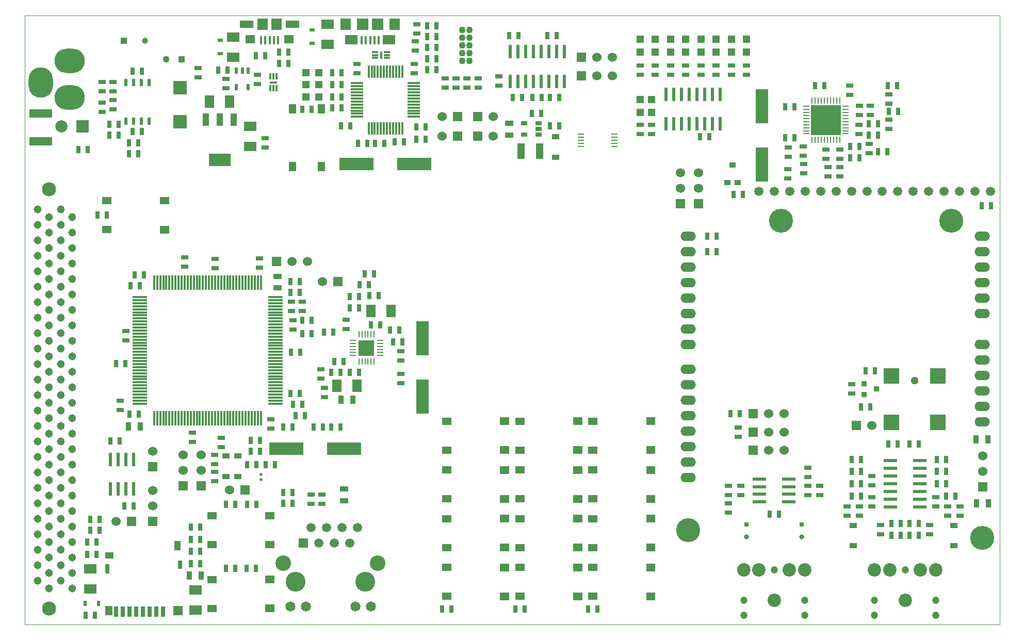
<source format=gts>
G04 (created by PCBNEW-RS274X (2011-07-08 BZR 3044)-stable) date 07/12/2011 16:14:23*
G01*
G70*
G90*
%MOIN*%
G04 Gerber Fmt 3.4, Leading zero omitted, Abs format*
%FSLAX34Y34*%
G04 APERTURE LIST*
%ADD10C,0.006000*%
%ADD11C,0.003900*%
%ADD12R,0.040500X0.011800*%
%ADD13R,0.017700X0.051100*%
%ADD14R,0.009800X0.039300*%
%ADD15R,0.039300X0.009800*%
%ADD16R,0.098400X0.098400*%
%ADD17C,0.027600*%
%ADD18R,0.082600X0.220400*%
%ADD19R,0.220400X0.082600*%
%ADD20C,0.019700*%
%ADD21R,0.015700X0.053100*%
%ADD22R,0.070900X0.074800*%
%ADD23R,0.074800X0.074800*%
%ADD24R,0.082700X0.063000*%
%ADD25R,0.090600X0.051200*%
%ADD26R,0.063000X0.055100*%
%ADD27R,0.039300X0.027500*%
%ADD28R,0.036000X0.036000*%
%ADD29R,0.144000X0.080000*%
%ADD30R,0.040000X0.080000*%
%ADD31R,0.023600X0.041300*%
%ADD32R,0.024800X0.032600*%
%ADD33R,0.032600X0.024800*%
%ADD34R,0.047200X0.035400*%
%ADD35R,0.020000X0.045000*%
%ADD36R,0.150000X0.055000*%
%ADD37R,0.050000X0.100000*%
%ADD38R,0.080000X0.060000*%
%ADD39R,0.060000X0.080000*%
%ADD40R,0.055000X0.035000*%
%ADD41R,0.035000X0.055000*%
%ADD42R,0.045000X0.025000*%
%ADD43R,0.025000X0.045000*%
%ADD44R,0.060000X0.060000*%
%ADD45C,0.060000*%
%ADD46R,0.039300X0.035400*%
%ADD47R,0.043300X0.035400*%
%ADD48R,0.086600X0.086600*%
%ADD49R,0.047200X0.047200*%
%ADD50C,0.043300*%
%ADD51C,0.051400*%
%ADD52C,0.090600*%
%ADD53R,0.051200X0.059100*%
%ADD54R,0.027600X0.068900*%
%ADD55R,0.059100X0.059100*%
%ADD56R,0.031500X0.055100*%
%ADD57R,0.031500X0.059100*%
%ADD58R,0.039400X0.061000*%
%ADD59R,0.057100X0.039400*%
%ADD60C,0.059000*%
%ADD61R,0.031500X0.031500*%
%ADD62C,0.031500*%
%ADD63O,0.100000X0.060000*%
%ADD64C,0.155000*%
%ADD65C,0.128000*%
%ADD66C,0.059100*%
%ADD67C,0.100400*%
%ADD68C,0.065000*%
%ADD69C,0.078700*%
%ADD70R,0.078700X0.078700*%
%ADD71R,0.059000X0.049200*%
%ADD72R,0.049200X0.059000*%
%ADD73R,0.092500X0.011800*%
%ADD74R,0.011800X0.092500*%
%ADD75R,0.011800X0.078700*%
%ADD76R,0.078700X0.011800*%
%ADD77R,0.043300X0.009800*%
%ADD78R,0.039400X0.039400*%
%ADD79C,0.039400*%
%ADD80R,0.100000X0.100000*%
%ADD81C,0.051200*%
%ADD82R,0.023600X0.086600*%
%ADD83R,0.086600X0.023600*%
%ADD84C,0.086600*%
%ADD85C,0.047200*%
%ADD86R,0.041300X0.009800*%
%ADD87R,0.009800X0.041300*%
%ADD88R,0.192900X0.192900*%
%ADD89O,0.196900X0.157500*%
%ADD90O,0.157500X0.196900*%
%ADD91R,0.011800X0.040500*%
%ADD92R,0.051100X0.017700*%
%ADD93R,0.043300X0.043300*%
G04 APERTURE END LIST*
G54D10*
G54D11*
X62992Y00000D02*
X00000Y00000D01*
X62992Y39370D02*
X62992Y00000D01*
X00000Y39370D02*
X62992Y39370D01*
X00000Y00000D02*
X00000Y39370D01*
G54D12*
X22654Y37007D03*
X22654Y36811D03*
X22654Y36615D03*
X23408Y36615D03*
X23408Y36811D03*
X23408Y37007D03*
G54D13*
X23031Y36811D03*
G54D14*
X21595Y16989D03*
X21792Y16989D03*
X21989Y16989D03*
X22185Y16989D03*
X22382Y16989D03*
X22579Y16989D03*
G54D15*
X22972Y17382D03*
X22972Y17579D03*
X22972Y17776D03*
X22972Y17972D03*
X22972Y18169D03*
X22972Y18366D03*
G54D14*
X22579Y18759D03*
X22382Y18759D03*
X22185Y18759D03*
X21989Y18759D03*
X21792Y18759D03*
X21595Y18759D03*
G54D15*
X21202Y18366D03*
X21202Y18169D03*
X21202Y17972D03*
X21202Y17776D03*
X21202Y17579D03*
X21202Y17382D03*
G54D16*
X22087Y17874D03*
G54D17*
X21851Y18110D03*
X22323Y18110D03*
X22323Y17638D03*
X21851Y17638D03*
G54D18*
X47638Y33484D03*
X47638Y29744D03*
G54D19*
X20650Y11378D03*
X16910Y11378D03*
G54D18*
X25709Y14744D03*
X25709Y18484D03*
G54D10*
G36*
X24075Y30177D02*
X26279Y30177D01*
X26279Y29351D01*
X24075Y29351D01*
X24075Y30177D01*
X24075Y30177D01*
G37*
G54D19*
X21437Y29764D03*
G54D20*
X15276Y09685D03*
X15276Y09371D03*
G54D21*
X21774Y37747D03*
X22050Y37747D03*
X22325Y37747D03*
X22600Y37747D03*
X22876Y37747D03*
G54D22*
X23900Y38800D03*
X20750Y38800D03*
G54D23*
X22797Y38800D03*
X21853Y38800D03*
G54D24*
X23545Y37796D03*
X21105Y37796D03*
G54D21*
X15275Y37747D03*
X15551Y37747D03*
X15826Y37747D03*
X16101Y37747D03*
X16377Y37747D03*
G54D25*
X17302Y38800D03*
X14350Y38800D03*
G54D22*
X16279Y38800D03*
X15373Y38800D03*
G54D26*
X17086Y37835D03*
X14566Y37835D03*
G54D27*
X33210Y31655D03*
X33210Y32029D03*
X33210Y32403D03*
X32266Y32403D03*
X32266Y31655D03*
G54D28*
X54228Y14868D03*
X54228Y15568D03*
X55028Y15218D03*
G54D29*
X12599Y30038D03*
G54D30*
X12599Y32638D03*
X11699Y32638D03*
X13499Y32638D03*
G54D31*
X14429Y35787D03*
X14055Y35787D03*
X13681Y35787D03*
X13681Y34725D03*
X14429Y34725D03*
G54D32*
X03894Y01377D03*
X04768Y01377D03*
G54D33*
X12638Y37760D03*
X12638Y36886D03*
X18583Y38429D03*
X18583Y37555D03*
G54D34*
X34291Y31525D03*
X34291Y30207D03*
X12992Y10895D03*
X12992Y09577D03*
X13780Y10895D03*
X13780Y09577D03*
X60039Y05089D03*
X60039Y06407D03*
X53543Y05089D03*
X53543Y06407D03*
G54D35*
X08034Y32531D03*
X07534Y32531D03*
X07034Y32531D03*
X06534Y32531D03*
X06534Y35031D03*
X07034Y35031D03*
X07534Y35031D03*
X08034Y35031D03*
G54D36*
X01024Y33026D03*
X01024Y31226D03*
G54D37*
X32077Y30591D03*
X33277Y30591D03*
G54D38*
X19567Y38800D03*
X19567Y37500D03*
G54D39*
X22381Y20276D03*
X23681Y20276D03*
X11948Y33779D03*
X13248Y33779D03*
G54D38*
X13465Y37973D03*
X13465Y36673D03*
X04232Y03603D03*
X04232Y02303D03*
X11024Y00925D03*
X11024Y02225D03*
X14566Y30884D03*
X14566Y32184D03*
G54D39*
X21477Y15433D03*
X20177Y15433D03*
G54D40*
X16339Y22501D03*
X16339Y21751D03*
G54D41*
X20452Y14528D03*
X21202Y14528D03*
X11399Y03150D03*
X10649Y03150D03*
G54D40*
X20630Y08011D03*
X20630Y08761D03*
G54D42*
X54724Y07613D03*
X54724Y08213D03*
G54D43*
X49749Y31457D03*
X49149Y31457D03*
G54D42*
X53898Y31708D03*
X53898Y32308D03*
X54567Y30448D03*
X54567Y31048D03*
G54D43*
X55143Y32362D03*
X54543Y32362D03*
G54D42*
X51890Y29552D03*
X51890Y28952D03*
X55827Y34276D03*
X55827Y33676D03*
G54D43*
X55133Y30551D03*
X55733Y30551D03*
G54D42*
X54646Y32928D03*
X54646Y33528D03*
G54D43*
X55763Y34843D03*
X56363Y34843D03*
X55842Y33150D03*
X56442Y33150D03*
X55143Y31614D03*
X54543Y31614D03*
G54D42*
X55827Y32623D03*
X55827Y32023D03*
X58858Y07613D03*
X58858Y08213D03*
X53937Y32928D03*
X53937Y33528D03*
X51772Y30694D03*
X51772Y30094D03*
X50315Y30891D03*
X50315Y30291D03*
X52677Y30094D03*
X52677Y30694D03*
X49331Y30812D03*
X49331Y30212D03*
G54D43*
X53322Y30157D03*
X53922Y30157D03*
X53322Y30906D03*
X53922Y30906D03*
G54D44*
X43543Y27189D03*
G54D45*
X43543Y28189D03*
X43543Y29189D03*
G54D44*
X47071Y13622D03*
G54D45*
X48071Y13622D03*
X49071Y13622D03*
G54D44*
X42362Y27189D03*
G54D45*
X42362Y28189D03*
X42362Y29189D03*
G54D44*
X61890Y08882D03*
G54D45*
X61890Y09882D03*
X61890Y10882D03*
G54D44*
X47069Y11261D03*
G54D45*
X48069Y11261D03*
X49069Y11261D03*
G54D44*
X08268Y06677D03*
G54D45*
X08268Y07677D03*
X08268Y08677D03*
G54D44*
X47071Y12441D03*
G54D45*
X48071Y12441D03*
X49071Y12441D03*
G54D44*
X10236Y08961D03*
G54D45*
X10236Y09961D03*
X10236Y10961D03*
G54D44*
X11417Y08961D03*
G54D45*
X11417Y09961D03*
X11417Y10961D03*
G54D44*
X16283Y23465D03*
G54D45*
X17283Y23465D03*
X18283Y23465D03*
G54D44*
X35969Y35472D03*
G54D45*
X36969Y35472D03*
X37969Y35472D03*
G54D44*
X35969Y36653D03*
G54D45*
X36969Y36653D03*
X37969Y36653D03*
G54D44*
X29264Y31575D03*
G54D45*
X30264Y31575D03*
G54D44*
X29264Y32835D03*
G54D45*
X30264Y32835D03*
G54D44*
X27980Y32835D03*
G54D45*
X26980Y32835D03*
G54D44*
X27980Y31575D03*
G54D45*
X26980Y31575D03*
G54D44*
X20224Y22165D03*
G54D45*
X19224Y22165D03*
G54D44*
X53734Y12856D03*
G54D45*
X54734Y12856D03*
G54D44*
X14240Y08701D03*
G54D45*
X13240Y08701D03*
G54D44*
X06917Y06654D03*
G54D45*
X05917Y06654D03*
G54D46*
X45414Y28564D03*
X46082Y28564D03*
G54D47*
X45748Y29704D03*
G54D48*
X10039Y34686D03*
X10039Y32482D03*
G54D49*
X44686Y36989D03*
X44686Y37815D03*
X43702Y36989D03*
X43702Y37815D03*
X18170Y34094D03*
X18996Y34094D03*
X18170Y35669D03*
X18996Y35669D03*
X18170Y34882D03*
X18996Y34882D03*
X42716Y36989D03*
X42716Y37815D03*
X41733Y36989D03*
X41733Y37815D03*
X39764Y36989D03*
X39764Y37815D03*
X40749Y36989D03*
X40749Y37815D03*
X45670Y36989D03*
X45670Y37815D03*
X46654Y36989D03*
X46654Y37815D03*
X40512Y33091D03*
X40512Y33917D03*
X39764Y33091D03*
X39764Y33917D03*
G54D50*
X28255Y38440D03*
X28255Y37940D03*
X28255Y37441D03*
X28255Y36942D03*
X28255Y36442D03*
X28753Y38440D03*
X28753Y37940D03*
X28753Y37441D03*
X28753Y36942D03*
X28753Y36442D03*
G54D51*
X00824Y26818D03*
X01574Y26318D03*
X02324Y26818D03*
X03074Y26318D03*
X02324Y25818D03*
X03074Y25318D03*
X02324Y24818D03*
X03074Y24318D03*
X02324Y23818D03*
X03074Y23318D03*
X02324Y22818D03*
X03074Y22318D03*
X02324Y21818D03*
X03074Y21318D03*
X02324Y20818D03*
X03074Y20318D03*
X02324Y19818D03*
X03074Y19318D03*
X02324Y18818D03*
X03074Y18318D03*
X02324Y17818D03*
X03074Y17318D03*
X02324Y16818D03*
X03074Y16318D03*
X02324Y15818D03*
X03074Y15318D03*
X02324Y14818D03*
X03074Y14318D03*
X02324Y13818D03*
X03074Y13318D03*
X02324Y12818D03*
X03074Y12318D03*
X02324Y11818D03*
X03074Y11318D03*
X02324Y10818D03*
X03074Y10318D03*
X02324Y09818D03*
X03074Y09318D03*
X02324Y08818D03*
X03074Y08318D03*
X02324Y07818D03*
X03074Y07318D03*
X02324Y06818D03*
X03074Y06318D03*
X02324Y05818D03*
X03074Y05318D03*
X02324Y04818D03*
X03074Y04318D03*
X02324Y03818D03*
X03074Y03318D03*
X02324Y02818D03*
X03074Y02318D03*
X00824Y25818D03*
X01574Y25318D03*
X00824Y24818D03*
X01574Y24318D03*
X00824Y23818D03*
X01574Y23318D03*
X00824Y22818D03*
X01574Y22318D03*
X00824Y21818D03*
X01574Y21318D03*
X00824Y20818D03*
X01574Y20318D03*
X00824Y19818D03*
X01574Y19318D03*
X00824Y18818D03*
X01574Y18318D03*
X00824Y17818D03*
X01574Y17318D03*
X00824Y16818D03*
X01574Y16318D03*
X00824Y15818D03*
X01574Y15318D03*
X00824Y14818D03*
X01574Y14318D03*
X00824Y13818D03*
X01574Y13318D03*
X00824Y12818D03*
X01574Y12318D03*
X00824Y11818D03*
X01574Y11318D03*
X00824Y10818D03*
X01574Y10318D03*
X00824Y09818D03*
X01574Y09318D03*
X00824Y08818D03*
X01574Y08318D03*
X00824Y07818D03*
X01574Y07318D03*
X00824Y06818D03*
X01574Y06318D03*
X00824Y05818D03*
X01574Y05318D03*
X00824Y04818D03*
X01574Y04318D03*
X00824Y03818D03*
X01574Y03318D03*
X00824Y02818D03*
X01574Y02318D03*
G54D52*
X01574Y01015D03*
X01574Y28121D03*
G54D53*
X05433Y00886D03*
G54D54*
X05905Y00837D03*
X06338Y00837D03*
X06771Y00837D03*
X07205Y00837D03*
X07638Y00837D03*
X08071Y00837D03*
X08504Y00837D03*
X08937Y00837D03*
G54D55*
X09901Y00886D03*
G54D56*
X10039Y03858D03*
G54D57*
X05334Y03583D03*
G54D58*
X09882Y05088D03*
G54D59*
X05462Y04468D03*
G54D60*
X47422Y27992D03*
X48422Y27992D03*
X49422Y27992D03*
X50422Y27992D03*
X51422Y27992D03*
X52422Y27992D03*
X53422Y27992D03*
X54422Y27992D03*
X55420Y27992D03*
X56420Y27992D03*
X57420Y27992D03*
X58420Y27992D03*
X59420Y27992D03*
X60420Y27992D03*
X61420Y27992D03*
X62420Y27992D03*
G54D61*
X46654Y06457D03*
G54D62*
X46654Y05669D03*
G54D61*
X50197Y06457D03*
G54D62*
X50197Y05669D03*
G54D63*
X61862Y25083D03*
X61862Y24083D03*
X61862Y23083D03*
X61862Y20083D03*
X61862Y21083D03*
X61862Y22083D03*
X61862Y18083D03*
X61862Y17083D03*
X61862Y16083D03*
X61862Y14083D03*
X61862Y13083D03*
X42862Y25083D03*
X42862Y24083D03*
X42862Y23083D03*
X42862Y22083D03*
X42862Y21083D03*
X42862Y20083D03*
X42862Y19083D03*
X42862Y18083D03*
X42862Y16483D03*
X42862Y15483D03*
X42862Y14483D03*
X42862Y13483D03*
X42862Y12483D03*
X42862Y11483D03*
X42862Y10483D03*
X42862Y09483D03*
X61862Y15083D03*
G54D64*
X59862Y26083D03*
X48862Y26083D03*
X42862Y06083D03*
X61862Y05583D03*
G54D65*
X17514Y02756D03*
X22014Y02756D03*
G54D55*
X18014Y05256D03*
G54D66*
X18514Y06256D03*
X19014Y05256D03*
X19514Y06256D03*
X20014Y05256D03*
X20514Y06256D03*
X21014Y05256D03*
X21514Y06256D03*
G54D67*
X22813Y03957D03*
X16715Y03957D03*
G54D68*
X17156Y01158D03*
X18156Y01158D03*
X21372Y01158D03*
X22372Y01158D03*
G54D43*
X21983Y22677D03*
X22583Y22677D03*
X12495Y35827D03*
X13095Y35827D03*
G54D42*
X15039Y34936D03*
X15039Y35536D03*
X12992Y34661D03*
X12992Y35261D03*
G54D43*
X16432Y37008D03*
X17032Y37008D03*
X16432Y36260D03*
X17032Y36260D03*
X15536Y36772D03*
X14936Y36772D03*
G54D42*
X20787Y19709D03*
X20787Y19109D03*
X19134Y15881D03*
X19134Y16481D03*
X19370Y14700D03*
X19370Y15300D03*
G54D43*
X24198Y19016D03*
X23598Y19016D03*
X22259Y21260D03*
X22859Y21260D03*
X21629Y21969D03*
X22229Y21969D03*
X20999Y21182D03*
X21599Y21182D03*
X20999Y20473D03*
X21599Y20473D03*
X17308Y08543D03*
X16708Y08543D03*
G54D42*
X19213Y07810D03*
X19213Y08410D03*
X18504Y07810D03*
X18504Y08410D03*
G54D43*
X17308Y07835D03*
X16708Y07835D03*
X22377Y19370D03*
X22977Y19370D03*
X21599Y16299D03*
X20999Y16299D03*
G54D42*
X24291Y16206D03*
X24291Y15606D03*
X24291Y17062D03*
X24291Y17662D03*
G54D43*
X23794Y18268D03*
X24394Y18268D03*
X20615Y17008D03*
X20015Y17008D03*
X20418Y16299D03*
X19818Y16299D03*
X04031Y05314D03*
X04631Y05314D03*
X04228Y06102D03*
X04828Y06102D03*
X04031Y04527D03*
X04631Y04527D03*
X11324Y06299D03*
X10724Y06299D03*
X10724Y05511D03*
X11324Y05511D03*
X10724Y04724D03*
X11324Y04724D03*
X10724Y03936D03*
X11324Y03936D03*
G54D42*
X53447Y14918D03*
X53447Y15518D03*
G54D43*
X13607Y03622D03*
X13007Y03622D03*
X13607Y07756D03*
X13007Y07756D03*
X61826Y27047D03*
X62426Y27047D03*
X46402Y27795D03*
X45802Y27795D03*
X43637Y31535D03*
X44237Y31535D03*
X54632Y14054D03*
X54032Y14054D03*
X54928Y16399D03*
X54328Y16399D03*
X33370Y33031D03*
X32770Y33031D03*
X34552Y32244D03*
X33952Y32244D03*
X14946Y03622D03*
X14346Y03622D03*
X14985Y07756D03*
X14385Y07756D03*
X27564Y00984D03*
X26964Y00984D03*
X37013Y00984D03*
X36413Y00984D03*
X32288Y00984D03*
X31688Y00984D03*
G54D42*
X39764Y31708D03*
X39764Y32308D03*
X40512Y31708D03*
X40512Y32308D03*
X39764Y35528D03*
X39764Y36128D03*
X40749Y35528D03*
X40749Y36128D03*
X41733Y35528D03*
X41733Y36128D03*
X42716Y35528D03*
X42716Y36128D03*
X43702Y35528D03*
X43702Y36128D03*
X44686Y35528D03*
X44686Y36128D03*
X45670Y35528D03*
X45670Y36128D03*
X46654Y35527D03*
X46654Y36127D03*
G54D43*
X51678Y34843D03*
X51078Y34843D03*
G54D42*
X53307Y34228D03*
X53307Y34828D03*
X52677Y29552D03*
X52677Y28952D03*
X49291Y29434D03*
X49291Y28834D03*
X50354Y29149D03*
X50354Y29749D03*
X46102Y12141D03*
X46102Y12741D03*
G54D43*
X45606Y13622D03*
X46206Y13622D03*
G54D42*
X54724Y08991D03*
X54724Y09591D03*
X45472Y07820D03*
X45472Y07220D03*
X50590Y09542D03*
X50590Y10142D03*
X45472Y08961D03*
X45472Y08361D03*
X46260Y08361D03*
X46260Y08961D03*
X51378Y08361D03*
X51378Y08961D03*
X50590Y08361D03*
X50590Y08961D03*
G54D43*
X48125Y07126D03*
X48725Y07126D03*
G54D42*
X59646Y07023D03*
X59646Y07623D03*
X60433Y07023D03*
X60433Y07623D03*
G54D43*
X59552Y09095D03*
X58952Y09095D03*
X59543Y08307D03*
X60143Y08307D03*
X58952Y09882D03*
X59552Y09882D03*
X59552Y10669D03*
X58952Y10669D03*
G54D42*
X58465Y05842D03*
X58465Y06442D03*
G54D43*
X57780Y06536D03*
X57180Y06536D03*
X57180Y05748D03*
X57780Y05748D03*
X56599Y05748D03*
X55999Y05748D03*
X55999Y06536D03*
X56599Y06536D03*
X57780Y11654D03*
X57180Y11654D03*
X56402Y11654D03*
X55802Y11654D03*
G54D42*
X55315Y05842D03*
X55315Y06442D03*
G54D43*
X53440Y10669D03*
X54040Y10669D03*
X54040Y09882D03*
X53440Y09882D03*
X54040Y08307D03*
X53440Y08307D03*
X53440Y09095D03*
X54040Y09095D03*
G54D42*
X53150Y07023D03*
X53150Y07623D03*
X53937Y07023D03*
X53937Y07623D03*
G54D43*
X34355Y38071D03*
X33755Y38071D03*
X04828Y06811D03*
X04228Y06811D03*
X06432Y07677D03*
X07032Y07677D03*
X05527Y11850D03*
X06127Y11850D03*
X31314Y38070D03*
X31914Y38070D03*
X32810Y34054D03*
X33410Y34054D03*
X31550Y34054D03*
X32150Y34054D03*
G54D42*
X30630Y34817D03*
X30630Y35417D03*
G54D43*
X34552Y34055D03*
X33952Y34055D03*
X03932Y00591D03*
X04532Y00591D03*
X06747Y30433D03*
X07347Y30433D03*
G54D42*
X15551Y30841D03*
X15551Y31441D03*
X05709Y35065D03*
X05709Y34465D03*
X05000Y33125D03*
X05000Y33725D03*
X11220Y35969D03*
X11220Y35369D03*
X05000Y34465D03*
X05000Y35065D03*
G54D43*
X07584Y35750D03*
X06984Y35750D03*
G54D42*
X05709Y33284D03*
X05709Y33884D03*
G54D43*
X06087Y31614D03*
X05487Y31614D03*
X06747Y31142D03*
X07347Y31142D03*
X19346Y18898D03*
X19946Y18898D03*
X04698Y26458D03*
X05298Y26458D03*
X15221Y11890D03*
X14621Y11890D03*
X15221Y11181D03*
X14621Y11181D03*
X17928Y19646D03*
X18528Y19646D03*
G54D42*
X17323Y19670D03*
X17323Y19070D03*
X12283Y10369D03*
X12283Y10969D03*
X12283Y09867D03*
X12283Y09267D03*
X10354Y23125D03*
X10354Y23725D03*
X06535Y18961D03*
X06535Y18361D03*
X12717Y12072D03*
X12717Y11472D03*
X15157Y23046D03*
X15157Y23646D03*
G54D43*
X17220Y17598D03*
X17820Y17598D03*
G54D42*
X15906Y13253D03*
X15906Y12653D03*
X12303Y23027D03*
X12303Y23627D03*
G54D43*
X07426Y21890D03*
X06826Y21890D03*
X17928Y18780D03*
X18528Y18780D03*
G54D42*
X10827Y12406D03*
X10827Y11806D03*
G54D43*
X06520Y16850D03*
X05920Y16850D03*
G54D42*
X17953Y20251D03*
X17953Y20851D03*
G54D43*
X17780Y14921D03*
X17180Y14921D03*
X17938Y14213D03*
X17338Y14213D03*
X18095Y13504D03*
X17495Y13504D03*
G54D42*
X17244Y20251D03*
X17244Y20851D03*
G54D43*
X17180Y22165D03*
X17780Y22165D03*
X17180Y21457D03*
X17780Y21457D03*
G54D42*
X06181Y14473D03*
X06181Y13873D03*
G54D43*
X07702Y22598D03*
X07102Y22598D03*
X07387Y13583D03*
X06787Y13583D03*
X18676Y12756D03*
X19276Y12756D03*
X19818Y12756D03*
X20418Y12756D03*
X16708Y12756D03*
X17308Y12756D03*
X14985Y10315D03*
X14385Y10315D03*
X15566Y10315D03*
X16166Y10315D03*
X26599Y35866D03*
X25999Y35866D03*
G54D42*
X27166Y35301D03*
X27166Y34701D03*
G54D43*
X26599Y36574D03*
X25999Y36574D03*
G54D42*
X27874Y35301D03*
X27874Y34701D03*
G54D43*
X26599Y37992D03*
X25999Y37992D03*
X26599Y38701D03*
X25999Y38701D03*
G54D42*
X29292Y34701D03*
X29292Y35301D03*
X28583Y34701D03*
X28583Y35301D03*
G54D43*
X44109Y24094D03*
X44709Y24094D03*
X44109Y25079D03*
X44709Y25079D03*
X19857Y33386D03*
X20457Y33386D03*
G54D42*
X25354Y38204D03*
X25354Y38804D03*
G54D43*
X18528Y33307D03*
X17928Y33307D03*
X20457Y35669D03*
X19857Y35669D03*
G54D42*
X25236Y37102D03*
X25236Y37702D03*
G54D43*
X20457Y34094D03*
X19857Y34094D03*
X21550Y31102D03*
X22150Y31102D03*
X20457Y34882D03*
X19857Y34882D03*
X26599Y37283D03*
X25999Y37283D03*
X22653Y31102D03*
X23253Y31102D03*
X25291Y32165D03*
X25891Y32165D03*
X25291Y31378D03*
X25891Y31378D03*
G54D42*
X25157Y35645D03*
X25157Y36245D03*
G54D43*
X21048Y32244D03*
X20448Y32244D03*
X23913Y31181D03*
X24513Y31181D03*
G54D42*
X21457Y35645D03*
X21457Y36245D03*
G54D69*
X02362Y32205D03*
G54D70*
X03740Y32205D03*
G54D43*
X06087Y32323D03*
X05487Y32323D03*
G54D40*
X31299Y31633D03*
X31299Y32383D03*
G54D41*
X07462Y12795D03*
X06712Y12795D03*
G54D10*
G36*
X40159Y02067D02*
X40749Y02067D01*
X40749Y01575D01*
X40159Y01575D01*
X40159Y02067D01*
X40159Y02067D01*
G37*
G36*
X40159Y03937D02*
X40749Y03937D01*
X40749Y03445D01*
X40159Y03445D01*
X40159Y03937D01*
X40159Y03937D01*
G37*
G54D71*
X36714Y03691D03*
X36714Y01821D03*
G54D10*
G36*
X35434Y02067D02*
X36024Y02067D01*
X36024Y01575D01*
X35434Y01575D01*
X35434Y02067D01*
X35434Y02067D01*
G37*
G36*
X35434Y03937D02*
X36024Y03937D01*
X36024Y03445D01*
X35434Y03445D01*
X35434Y03937D01*
X35434Y03937D01*
G37*
G54D71*
X31989Y03691D03*
X31989Y01821D03*
G54D10*
G36*
X30710Y02067D02*
X31300Y02067D01*
X31300Y01575D01*
X30710Y01575D01*
X30710Y02067D01*
X30710Y02067D01*
G37*
G36*
X30710Y03937D02*
X31300Y03937D01*
X31300Y03445D01*
X30710Y03445D01*
X30710Y03937D01*
X30710Y03937D01*
G37*
G54D71*
X27265Y03691D03*
X27265Y01821D03*
G54D10*
G36*
X30710Y11517D02*
X31300Y11517D01*
X31300Y11025D01*
X30710Y11025D01*
X30710Y11517D01*
X30710Y11517D01*
G37*
G36*
X30710Y13387D02*
X31300Y13387D01*
X31300Y12895D01*
X30710Y12895D01*
X30710Y13387D01*
X30710Y13387D01*
G37*
G54D71*
X27265Y13141D03*
X27265Y11271D03*
G54D10*
G36*
X30710Y08367D02*
X31300Y08367D01*
X31300Y07875D01*
X30710Y07875D01*
X30710Y08367D01*
X30710Y08367D01*
G37*
G36*
X30710Y10237D02*
X31300Y10237D01*
X31300Y09745D01*
X30710Y09745D01*
X30710Y10237D01*
X30710Y10237D01*
G37*
G54D71*
X27265Y09991D03*
X27265Y08121D03*
G54D10*
G36*
X30710Y05217D02*
X31300Y05217D01*
X31300Y04725D01*
X30710Y04725D01*
X30710Y05217D01*
X30710Y05217D01*
G37*
G36*
X30710Y07087D02*
X31300Y07087D01*
X31300Y06595D01*
X30710Y06595D01*
X30710Y07087D01*
X30710Y07087D01*
G37*
G54D71*
X27265Y06841D03*
X27265Y04971D03*
G54D10*
G36*
X15551Y01280D02*
X16141Y01280D01*
X16141Y00788D01*
X15551Y00788D01*
X15551Y01280D01*
X15551Y01280D01*
G37*
G36*
X15551Y03150D02*
X16141Y03150D01*
X16141Y02658D01*
X15551Y02658D01*
X15551Y03150D01*
X15551Y03150D01*
G37*
G54D71*
X12106Y02904D03*
X12106Y01034D03*
X15846Y05167D03*
X15846Y07037D03*
X12106Y07037D03*
X12106Y05167D03*
G54D10*
G36*
X40159Y05217D02*
X40749Y05217D01*
X40749Y04725D01*
X40159Y04725D01*
X40159Y05217D01*
X40159Y05217D01*
G37*
G36*
X40159Y07087D02*
X40749Y07087D01*
X40749Y06595D01*
X40159Y06595D01*
X40159Y07087D01*
X40159Y07087D01*
G37*
G54D71*
X36714Y06841D03*
X36714Y04971D03*
G54D10*
G36*
X40159Y08367D02*
X40749Y08367D01*
X40749Y07875D01*
X40159Y07875D01*
X40159Y08367D01*
X40159Y08367D01*
G37*
G36*
X40159Y10237D02*
X40749Y10237D01*
X40749Y09745D01*
X40159Y09745D01*
X40159Y10237D01*
X40159Y10237D01*
G37*
G54D71*
X36714Y09991D03*
X36714Y08121D03*
G54D10*
G36*
X40159Y11517D02*
X40749Y11517D01*
X40749Y11025D01*
X40159Y11025D01*
X40159Y11517D01*
X40159Y11517D01*
G37*
G36*
X40159Y13387D02*
X40749Y13387D01*
X40749Y12895D01*
X40159Y12895D01*
X40159Y13387D01*
X40159Y13387D01*
G37*
G54D71*
X36714Y13141D03*
X36714Y11271D03*
G54D10*
G36*
X35434Y05217D02*
X36024Y05217D01*
X36024Y04725D01*
X35434Y04725D01*
X35434Y05217D01*
X35434Y05217D01*
G37*
G36*
X35434Y07087D02*
X36024Y07087D01*
X36024Y06595D01*
X35434Y06595D01*
X35434Y07087D01*
X35434Y07087D01*
G37*
G54D71*
X31989Y06841D03*
X31989Y04971D03*
G54D10*
G36*
X35434Y08367D02*
X36024Y08367D01*
X36024Y07875D01*
X35434Y07875D01*
X35434Y08367D01*
X35434Y08367D01*
G37*
G36*
X35434Y10237D02*
X36024Y10237D01*
X36024Y09745D01*
X35434Y09745D01*
X35434Y10237D01*
X35434Y10237D01*
G37*
G54D71*
X31989Y09991D03*
X31989Y08121D03*
G54D10*
G36*
X35434Y11517D02*
X36024Y11517D01*
X36024Y11025D01*
X35434Y11025D01*
X35434Y11517D01*
X35434Y11517D01*
G37*
G36*
X35434Y13387D02*
X36024Y13387D01*
X36024Y12895D01*
X35434Y12895D01*
X35434Y13387D01*
X35434Y13387D01*
G37*
G54D71*
X31989Y13141D03*
X31989Y11271D03*
G54D10*
G36*
X08739Y25769D02*
X09329Y25769D01*
X09329Y25277D01*
X08739Y25277D01*
X08739Y25769D01*
X08739Y25769D01*
G37*
G36*
X08739Y27639D02*
X09329Y27639D01*
X09329Y27147D01*
X08739Y27147D01*
X08739Y27639D01*
X08739Y27639D01*
G37*
G54D71*
X05294Y27393D03*
X05294Y25523D03*
G54D72*
X17293Y29587D03*
X19163Y29587D03*
X19163Y33327D03*
X17293Y33327D03*
G54D73*
X16190Y14273D03*
X16190Y14469D03*
X16190Y14666D03*
X16190Y14863D03*
X16190Y15060D03*
X16190Y15257D03*
X16190Y15454D03*
X16190Y15651D03*
X16190Y15847D03*
X16190Y16044D03*
X16190Y16241D03*
X16190Y16438D03*
X16190Y16635D03*
X16190Y16832D03*
X16190Y17029D03*
X16190Y17225D03*
X16190Y17422D03*
X16190Y17619D03*
X16190Y17815D03*
X16190Y18012D03*
X16190Y18209D03*
X16190Y18405D03*
X16190Y18602D03*
X16190Y18799D03*
X16190Y18996D03*
X16190Y19193D03*
X16190Y19390D03*
X16190Y19587D03*
X16190Y19783D03*
X16190Y19980D03*
X16190Y20177D03*
X16190Y20374D03*
X16190Y20571D03*
X16190Y20768D03*
X16190Y20965D03*
X16190Y21161D03*
G54D74*
X15255Y22096D03*
X15059Y22096D03*
X14862Y22096D03*
X14665Y22096D03*
X14468Y22096D03*
X14271Y22096D03*
X14074Y22096D03*
X13877Y22096D03*
X13681Y22096D03*
X13484Y22096D03*
X13287Y22096D03*
X13090Y22096D03*
X12893Y22096D03*
X12696Y22096D03*
X12499Y22096D03*
X12303Y22096D03*
X12106Y22096D03*
X11909Y22096D03*
X11713Y22096D03*
X11516Y22096D03*
X11319Y22096D03*
X11123Y22096D03*
X10926Y22096D03*
X10729Y22096D03*
X10532Y22096D03*
X10335Y22096D03*
X10138Y22096D03*
X09941Y22096D03*
X09745Y22096D03*
X09548Y22096D03*
X09351Y22096D03*
X09154Y22096D03*
X08957Y22096D03*
X08760Y22096D03*
X08563Y22096D03*
X08367Y22096D03*
G54D73*
X07432Y21161D03*
X07432Y20965D03*
X07432Y20768D03*
X07432Y20571D03*
X07432Y20374D03*
X07432Y20177D03*
X07432Y19980D03*
X07432Y19783D03*
X07432Y19587D03*
X07432Y19390D03*
X07432Y19193D03*
X07432Y18996D03*
X07432Y18799D03*
X07432Y18602D03*
X07432Y18405D03*
X07432Y18209D03*
X07432Y18012D03*
X07432Y17815D03*
X07432Y17619D03*
X07432Y17422D03*
X07432Y17225D03*
X07432Y17029D03*
X07432Y16832D03*
X07432Y16635D03*
X07432Y16438D03*
X07432Y16241D03*
X07432Y16044D03*
X07432Y15847D03*
X07432Y15651D03*
X07432Y15454D03*
X07432Y15257D03*
X07432Y15060D03*
X07432Y14863D03*
X07432Y14666D03*
X07432Y14469D03*
X07432Y14273D03*
G54D74*
X08367Y13338D03*
X08563Y13338D03*
X08760Y13338D03*
X08957Y13338D03*
X09154Y13338D03*
X09351Y13338D03*
X09548Y13338D03*
X09745Y13338D03*
X09941Y13338D03*
X10138Y13338D03*
X10335Y13338D03*
X10532Y13338D03*
X10729Y13338D03*
X10926Y13338D03*
X11123Y13338D03*
X11319Y13338D03*
X11516Y13338D03*
X11713Y13338D03*
X11909Y13338D03*
X12106Y13338D03*
X12303Y13338D03*
X12499Y13338D03*
X12696Y13338D03*
X12893Y13338D03*
X13090Y13338D03*
X13287Y13338D03*
X13484Y13338D03*
X13681Y13338D03*
X13877Y13338D03*
X14074Y13338D03*
X14271Y13338D03*
X14468Y13338D03*
X14665Y13338D03*
X14862Y13338D03*
X15059Y13338D03*
X15255Y13338D03*
G54D75*
X22225Y32068D03*
X22422Y32068D03*
X22619Y32068D03*
X22815Y32068D03*
X23012Y32068D03*
X23209Y32068D03*
X23405Y32068D03*
X23602Y32068D03*
X23799Y32068D03*
X23995Y32068D03*
X24192Y32068D03*
X24389Y32068D03*
G54D76*
X25137Y32816D03*
X25137Y33013D03*
X25137Y33210D03*
X25137Y33406D03*
X25137Y33603D03*
X25137Y33800D03*
X25137Y33996D03*
X25137Y34193D03*
X25137Y34390D03*
X25137Y34586D03*
X25137Y34783D03*
X25137Y34980D03*
G54D75*
X24389Y35728D03*
X24192Y35728D03*
X23995Y35728D03*
X23799Y35728D03*
X23602Y35728D03*
X23405Y35728D03*
X23209Y35728D03*
X23012Y35728D03*
X22815Y35728D03*
X22619Y35728D03*
X22422Y35728D03*
X22225Y35728D03*
G54D76*
X21477Y34980D03*
X21477Y34783D03*
X21477Y34586D03*
X21477Y34390D03*
X21477Y34193D03*
X21477Y33996D03*
X21477Y33800D03*
X21477Y33603D03*
X21477Y33406D03*
X21477Y33210D03*
X21477Y33013D03*
X21477Y32816D03*
G54D77*
X35926Y31692D03*
X35926Y31495D03*
X35926Y31299D03*
X35926Y31103D03*
X35926Y30906D03*
X38090Y30906D03*
X38090Y31103D03*
X38090Y31299D03*
X38090Y31495D03*
X38090Y31692D03*
G54D78*
X06398Y37718D03*
G54D79*
X07776Y37718D03*
G54D80*
X59021Y16066D03*
X56021Y16066D03*
X59021Y13066D03*
X56021Y13066D03*
G54D81*
X57521Y15766D03*
G54D82*
X44938Y34261D03*
X44438Y34261D03*
X43938Y34261D03*
X43438Y34261D03*
X42940Y34261D03*
X42440Y34261D03*
X41940Y34261D03*
X41440Y34261D03*
X41440Y32353D03*
X41940Y32353D03*
X42440Y32353D03*
X42940Y32353D03*
X43438Y32353D03*
X43938Y32353D03*
X44438Y32353D03*
X44938Y32353D03*
G54D83*
X55936Y10594D03*
X55936Y10094D03*
X55936Y09594D03*
X55936Y09095D03*
X55936Y08596D03*
X55936Y08096D03*
X55936Y07596D03*
X57844Y07596D03*
X57844Y08096D03*
X57844Y08596D03*
X57844Y09095D03*
X57844Y09594D03*
X57844Y10094D03*
X57844Y10594D03*
G54D84*
X56890Y01575D03*
X55906Y03544D03*
X54921Y03544D03*
X57874Y03544D03*
X58859Y03544D03*
G54D85*
X56890Y03544D03*
X54921Y01575D03*
X54921Y00591D03*
X58859Y00591D03*
X58859Y01575D03*
G54D84*
X48425Y01575D03*
X47441Y03544D03*
X46456Y03544D03*
X49409Y03544D03*
X50394Y03544D03*
G54D85*
X48425Y03544D03*
X46456Y01575D03*
X46456Y00591D03*
X50394Y00591D03*
X50394Y01575D03*
G54D82*
X31361Y35108D03*
X31861Y35108D03*
X32361Y35108D03*
X32861Y35108D03*
X33359Y35108D03*
X33859Y35108D03*
X34359Y35108D03*
X34859Y35108D03*
X34859Y37016D03*
X34359Y37016D03*
X33859Y37016D03*
X33359Y37016D03*
X32861Y37016D03*
X32361Y37016D03*
X31861Y37016D03*
X31361Y37016D03*
X07048Y10678D03*
X06548Y10678D03*
X06050Y10678D03*
X05550Y10678D03*
X05550Y08770D03*
X06050Y08770D03*
X06548Y08770D03*
X07048Y08770D03*
G54D83*
X49379Y07912D03*
X49379Y08412D03*
X49379Y08910D03*
X49379Y09410D03*
X47471Y09410D03*
X47471Y08910D03*
X47471Y08412D03*
X47471Y07912D03*
G54D86*
X53041Y31713D03*
X53041Y31910D03*
X53041Y32106D03*
X53041Y32303D03*
X53041Y32500D03*
X53041Y32696D03*
X53041Y32893D03*
X53041Y33090D03*
X53041Y33286D03*
X53041Y33483D03*
G54D87*
X52657Y33867D03*
X52460Y33867D03*
X52264Y33867D03*
X52067Y33867D03*
X51870Y33867D03*
X51674Y33867D03*
X51477Y33867D03*
X51280Y33867D03*
X51084Y33867D03*
X50887Y33867D03*
G54D86*
X50503Y33483D03*
X50503Y33286D03*
X50503Y33090D03*
X50503Y32893D03*
X50503Y32696D03*
X50503Y32500D03*
X50503Y32303D03*
X50503Y32106D03*
X50503Y31910D03*
X50503Y31713D03*
G54D87*
X50887Y31329D03*
X51084Y31329D03*
X51280Y31329D03*
X51477Y31329D03*
X51674Y31329D03*
X51870Y31329D03*
X52067Y31329D03*
X52264Y31329D03*
X52460Y31329D03*
X52657Y31329D03*
G54D88*
X51772Y32598D03*
G54D17*
X51063Y31889D03*
X51063Y32362D03*
X51063Y32834D03*
X51063Y33307D03*
X51536Y33307D03*
X51536Y32834D03*
X51536Y32362D03*
X51536Y31889D03*
X52008Y31889D03*
X52008Y32362D03*
X52008Y32834D03*
X52008Y33307D03*
X52481Y33307D03*
X52481Y32834D03*
X52481Y32362D03*
X52481Y31889D03*
G54D43*
X49749Y33465D03*
X49149Y33465D03*
G54D41*
X61475Y11969D03*
X62225Y11969D03*
X61515Y07835D03*
X62265Y07835D03*
G54D43*
X04080Y30709D03*
X03480Y30709D03*
X06983Y31850D03*
X07583Y31850D03*
G54D89*
X02913Y34055D03*
X02913Y36417D03*
G54D90*
X01023Y35039D03*
G54D91*
X16259Y35416D03*
X16063Y35416D03*
X15867Y35416D03*
X15867Y34662D03*
X16063Y34662D03*
X16259Y34662D03*
G54D92*
X16063Y35039D03*
G54D93*
X10138Y36537D03*
G54D50*
X09154Y36537D03*
G54D44*
X08268Y10209D03*
G54D45*
X08268Y11209D03*
M02*

</source>
